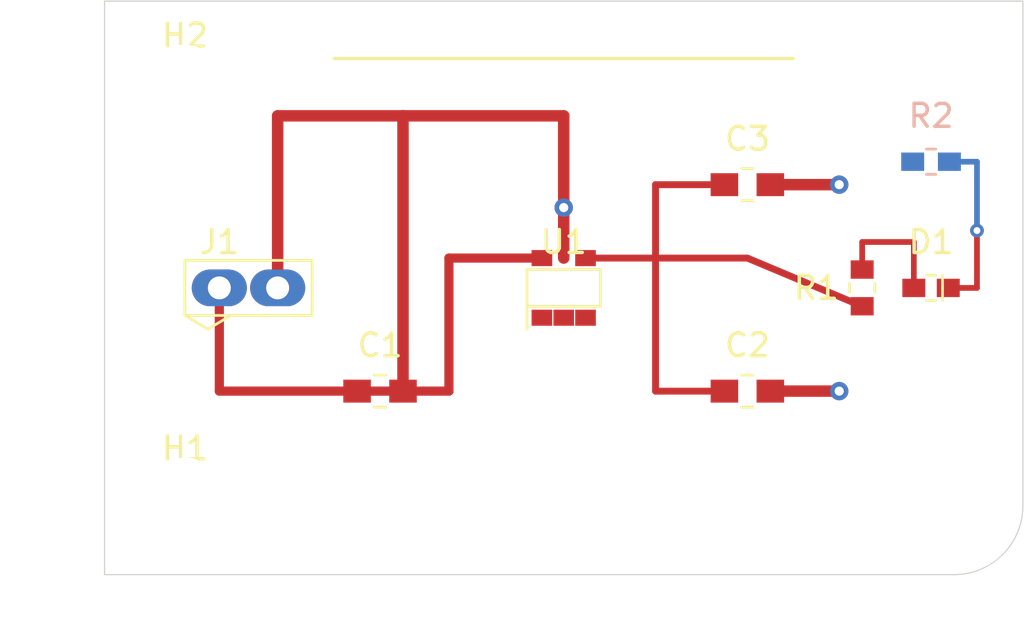
<source format=kicad_pcb>
(kicad_pcb (version 20240108) (generator "ipc2581_to_kicad") (generator_version "1.0")
  (layers (0 "F.Cu" signal) (31 "B.Cu" signal) (34 "B.Paste" user) (35 "F.Paste" user) (36 "B.SilkS" user "B.Silkscreen") (37 "F.SilkS" user "F.Silkscreen") (38 "B.Mask" user) (39 "F.Mask" user) (44 "Edge.Cuts" user))
  (net 0 "")
  (net 1 VIN)
  (net 2 GND)
  (net 3 VOUT)
  (net 4 LED_A)
  (net 5 LED_K)
  (footprint "ipc2581:CONN_1x02_P2.54" (layer "F.Cu") (at 5 -12.5)
    (property "Reference" J1 (at 0 -2 0) (layer "F.SilkS"))
    (property "Value" Power)
    (fp_line (start -1.5 1.2) (end -1.5 -1.2) (stroke (width 0.12)) (layer "F.SilkS"))
    (fp_line (start -1.5 -1.2) (end 4.04 -1.2) (stroke (width 0.12)) (layer "F.SilkS"))
    (fp_line (start 4.04 -1.2) (end 4.04 1.2) (stroke (width 0.12)) (layer "F.SilkS"))
    (fp_line (start 4.04 1.2) (end -1.5 1.2) (stroke (width 0.12)) (layer "F.SilkS"))
    (fp_line (start -1.5 1.2) (end -0.5 1.8) (stroke (width 0.12)) (layer "F.SilkS"))
    (fp_line (start -0.5 1.8) (end 0.5 1.2) (stroke (width 0.12)) (layer "F.SilkS"))
    (pad 1 thru_hole oval (at 0 0) (size 2.4 1.6) (drill 1) (layers "*.Cu" "*.Mask") (net 1 VIN))
    (pad 2 thru_hole oval (at 2.54 0) (size 2.4 1.6) (drill 1) (layers "*.Cu" "*.Mask") (net 2 GND))
  )
  (footprint "ipc2581:C_0805" (layer "F.Cu") (at 12 -8)
    (property "Reference" C1 (at 0 -2 0) (layer "F.SilkS"))
    (property "Value" 10uF)
    (fp_line (start -0.25 -0.7) (end 0.25 -0.7) (stroke (width 0.12)) (layer "F.SilkS"))
    (fp_line (start -0.25 0.7) (end 0.25 0.7) (stroke (width 0.12)) (layer "F.SilkS"))
    (pad 1 smd rect (at -1 0) (size 1.2 1) (layers "F.Cu" "F.Paste" "F.Mask") (net 1 VIN))
    (pad 2 smd rect (at 1 0) (size 1.2 1) (layers "F.Cu" "F.Paste" "F.Mask") (net 2 GND))
  )
  (footprint "ipc2581:SOT-23-5" (layer "F.Cu") (at 20 -12.5)
    (property "Reference" U1 (at 0 -2 0) (layer "F.SilkS"))
    (property "Value" AP2112K-3.3)
    (fp_line (start -1.6 0.8) (end -1.6 -0.8) (stroke (width 0.12)) (layer "F.SilkS"))
    (fp_line (start -1.6 -0.8) (end 1.6 -0.8) (stroke (width 0.12)) (layer "F.SilkS"))
    (fp_line (start 1.6 -0.8) (end 1.6 0.8) (stroke (width 0.12)) (layer "F.SilkS"))
    (fp_line (start 1.6 0.8) (end -1.6 0.8) (stroke (width 0.12)) (layer "F.SilkS"))
    (fp_line (start -1.6 1.8) (end -1.6 0.8) (stroke (width 0.12)) (layer "F.SilkS"))
    (pad 1 smd rect (at -0.95 1.3) (size 0.9 0.7) (layers "F.Cu" "F.Paste" "F.Mask") (net 1 VIN))
    (pad 2 smd rect (at 0 1.3) (size 0.9 0.7) (layers "F.Cu" "F.Paste" "F.Mask") (net 2 GND))
    (pad 3 smd rect (at 0.95 1.3) (size 0.9 0.7) (layers "F.Cu" "F.Paste" "F.Mask") (net 3 VOUT))
    (pad 4 smd rect (at 0.95 -1.3) (size 0.9 0.7) (layers "F.Cu" "F.Paste" "F.Mask"))
    (pad 5 smd rect (at -0.95 -1.3) (size 0.9 0.7) (layers "F.Cu" "F.Paste" "F.Mask"))
  )
  (footprint "ipc2581:C_0805" (layer "F.Cu") (at 28 -8)
    (property "Reference" C2 (at 0 -2 0) (layer "F.SilkS"))
    (property "Value" 10uF)
    (fp_line (start -0.25 -0.7) (end 0.25 -0.7) (stroke (width 0.12)) (layer "F.SilkS"))
    (fp_line (start -0.25 0.7) (end 0.25 0.7) (stroke (width 0.12)) (layer "F.SilkS"))
    (pad 1 smd rect (at -1 0) (size 1.2 1) (layers "F.Cu" "F.Paste" "F.Mask") (net 3 VOUT))
    (pad 2 smd rect (at 1 0) (size 1.2 1) (layers "F.Cu" "F.Paste" "F.Mask") (net 2 GND))
  )
  (footprint "ipc2581:C_0805" (layer "F.Cu") (at 28 -17)
    (property "Reference" C3 (at 0 -2 0) (layer "F.SilkS"))
    (property "Value" 100nF)
    (fp_line (start -0.25 -0.7) (end 0.25 -0.7) (stroke (width 0.12)) (layer "F.SilkS"))
    (fp_line (start -0.25 0.7) (end 0.25 0.7) (stroke (width 0.12)) (layer "F.SilkS"))
    (pad 1 smd rect (at -1 0) (size 1.2 1) (layers "F.Cu" "F.Paste" "F.Mask") (net 3 VOUT))
    (pad 2 smd rect (at 1 0) (size 1.2 1) (layers "F.Cu" "F.Paste" "F.Mask") (net 2 GND))
  )
  (footprint "ipc2581:R_0603" (layer "F.Cu") (at 33 -12.5 90)
    (property "Reference" R1 (at 0 -2 0) (layer "F.SilkS"))
    (property "Value" 330R)
    (fp_line (start -0.2 -0.55) (end 0.2 -0.55) (stroke (width 0.12)) (layer "F.SilkS"))
    (fp_line (start -0.2 0.55) (end 0.2 0.55) (stroke (width 0.12)) (layer "F.SilkS"))
    (pad 1 smd rect (at -0.8 0) (size 1 0.8) (layers "F.Cu" "F.Paste" "F.Mask") (net 3 VOUT))
    (pad 2 smd rect (at 0.8 0) (size 1 0.8) (layers "F.Cu" "F.Paste" "F.Mask") (net 4 LED_A))
  )
  (footprint "ipc2581:LED_0603" (layer "F.Cu") (at 36 -12.5)
    (property "Reference" D1 (at 0 -2 0) (layer "F.SilkS"))
    (property "Value" GREEN)
    (fp_line (start -0.2 -0.55) (end 0.2 -0.55) (stroke (width 0.12)) (layer "F.SilkS"))
    (fp_line (start -0.2 0.55) (end 0.2 0.55) (stroke (width 0.12)) (layer "F.SilkS"))
    (fp_line (start 0.5 0.55) (end 0.5 -0.55) (stroke (width 0.12)) (layer "F.SilkS"))
    (pad 1 smd rect (at -0.75 0) (size 1 0.8) (layers "F.Cu" "F.Paste" "F.Mask") (net 4 LED_A))
    (pad 2 smd rect (at 0.75 0) (size 1 0.8) (layers "F.Cu" "F.Paste" "F.Mask") (net 5 LED_K))
  )
  (footprint "ipc2581:R_0603" (layer "B.Cu") (at 36 -18)
    (property "Reference" R2 (at 0 -2 0) (layer "B.SilkS"))
    (property "Value" 10K)
    (fp_line (start -0.2 -0.55) (end 0.2 -0.55) (stroke (width 0.12)) (layer "B.SilkS"))
    (fp_line (start -0.2 0.55) (end 0.2 0.55) (stroke (width 0.12)) (layer "B.SilkS"))
    (pad 1 smd rect (at -0.8 0) (size 1 0.8) (layers "B.Cu" "B.Paste" "B.Mask") (net 5 LED_K))
    (pad 2 smd rect (at 0.8 0) (size 1 0.8) (layers "B.Cu" "B.Paste" "B.Mask") (net 2 GND))
  )
  (footprint "ipc2581:MountingHole_3.2mm" (layer "F.Cu") (at 3.5 -3.5)
    (property "Reference" H1 (at 0 -2 0) (layer "F.SilkS"))
    (property "Value" MountingHole_3.2mm)
    (pad 1 np_thru_hole circle (at 0 0) (size 3.2 3.2) (drill 3.2) (layers "*.Cu" "*.Mask"))
  )
  (footprint "ipc2581:MountingHole_3.2mm" (layer "F.Cu") (at 3.5 -21.5)
    (property "Reference" H2 (at 0 -2 0) (layer "F.SilkS"))
    (property "Value" MountingHole_3.2mm)
    (pad 1 np_thru_hole circle (at 0 0) (size 3.2 3.2) (drill 3.2) (layers "*.Cu" "*.Mask"))
  )
  (gr_line (start 0 0) (end 37 0) (stroke (width 0.05)) (layer "Edge.Cuts"))
  (gr_line (start 40 -3) (end 40 -25) (stroke (width 0.05)) (layer "Edge.Cuts"))
  (gr_line (start 40 -25) (end 0 -25) (stroke (width 0.05)) (layer "Edge.Cuts"))
  (gr_line (start 0 -25) (end 0 0) (stroke (width 0.05)) (layer "Edge.Cuts"))
  (gr_arc (start 37 0) (mid 39.12132 -0.87868) (end 40 -3) (stroke (width 0.05)) (layer "Edge.Cuts"))
  (gr_line (start 10 -22.5) (end 30 -22.5) (stroke (width 0.15)) (layer "F.SilkS"))
  (segment (start 5 -12.5) (end 5 -8) (width 0.4) (layer "F.Cu") (net 1))
  (segment (start 5 -8) (end 11 -8) (width 0.4) (layer "F.Cu") (net 1))
  (segment (start 11 -8) (end 15 -8) (width 0.4) (layer "F.Cu") (net 1))
  (segment (start 15 -8) (end 15 -13.8) (width 0.4) (layer "F.Cu") (net 1))
  (segment (start 15 -13.8) (end 19.05 -13.8) (width 0.4) (layer "F.Cu") (net 1))
  (segment (start 7.54 -12.5) (end 7.54 -20) (width 0.5) (layer "F.Cu") (net 2))
  (segment (start 7.54 -20) (end 13 -20) (width 0.5) (layer "F.Cu") (net 2))
  (segment (start 13 -20) (end 13 -8) (width 0.5) (layer "F.Cu") (net 2))
  (segment (start 20 -13.8) (end 20 -16) (width 0.5) (layer "F.Cu") (net 2))
  (segment (start 20 -16) (end 20 -20) (width 0.5) (layer "F.Cu") (net 2))
  (segment (start 20 -20) (end 13 -20) (width 0.5) (layer "F.Cu") (net 2))
  (segment (start 29 -8) (end 32 -8) (width 0.5) (layer "F.Cu") (net 2))
  (segment (start 29 -17) (end 32 -17) (width 0.5) (layer "F.Cu") (net 2))
  (segment (start 20.95 -13.8) (end 24 -13.8) (width 0.3) (layer "F.Cu") (net 3))
  (segment (start 24 -13.8) (end 24 -8) (width 0.3) (layer "F.Cu") (net 3))
  (segment (start 24 -8) (end 27 -8) (width 0.3) (layer "F.Cu") (net 3))
  (segment (start 24 -13.8) (end 24 -17) (width 0.3) (layer "F.Cu") (net 3))
  (segment (start 24 -17) (end 27 -17) (width 0.3) (layer "F.Cu") (net 3))
  (segment (start 24 -13.8) (end 28 -13.8) (width 0.3) (layer "F.Cu") (net 3))
  (segment (start 28 -13.8) (end 33 -11.7) (width 0.3) (layer "F.Cu") (net 3))
  (segment (start 33 -13.3) (end 33 -14.5) (width 0.25) (layer "F.Cu") (net 4))
  (segment (start 33 -14.5) (end 35.25 -14.5) (width 0.25) (layer "F.Cu") (net 4))
  (segment (start 35.25 -14.5) (end 35.25 -12.5) (width 0.25) (layer "F.Cu") (net 4))
  (segment (start 36.75 -12.5) (end 38 -12.5) (width 0.25) (layer "F.Cu") (net 5))
  (segment (start 38 -12.5) (end 38 -15) (width 0.25) (layer "F.Cu") (net 5))
  (segment (start 38 -15) (end 38 -18) (width 0.25) (layer "B.Cu") (net 5))
  (segment (start 38 -18) (end 36.8 -18) (width 0.25) (layer "B.Cu") (net 5))
  (via (at 20 -16) (size 0.8) (drill 0.4) (layers "F.Cu" "B.Cu") (net 2))
  (via (at 32 -8) (size 0.8) (drill 0.4) (layers "F.Cu" "B.Cu") (net 2))
  (via (at 32 -17) (size 0.8) (drill 0.4) (layers "F.Cu" "B.Cu") (net 2))
  (via (at 38 -15) (size 0.6) (drill 0.3) (layers "F.Cu" "B.Cu") (net 5))
)
</source>
